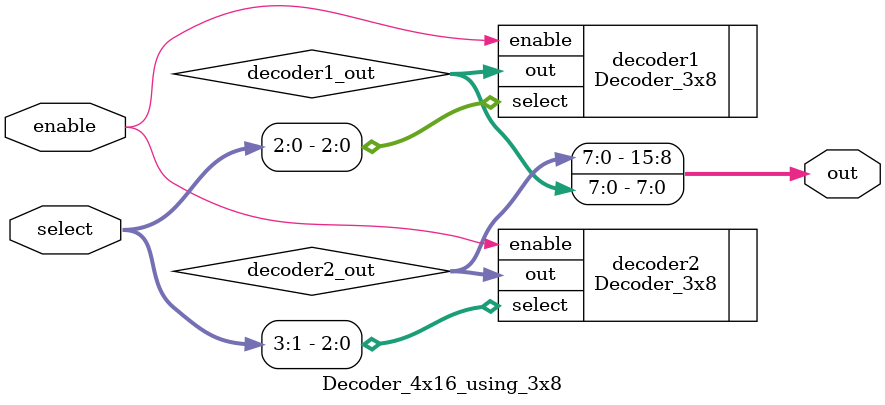
<source format=v>
module Decoder_4x16_using_3x8 (select,enable,out);

input wire[3:0] select;
input wire enable;
output wire[15:0] out;

wire [7:0] decoder1_out;
wire [7:0] decoder2_out;

Decoder_3x8 decoder1 (
    .select(select[2:0]),
    .enable(enable),
    .out(decoder1_out)
);

Decoder_3x8 decoder2 (
    .select(select[3:1]),
    .enable(enable),
    .out(decoder2_out)
);

assign out = {decoder2_out, decoder1_out};

endmodule


</source>
